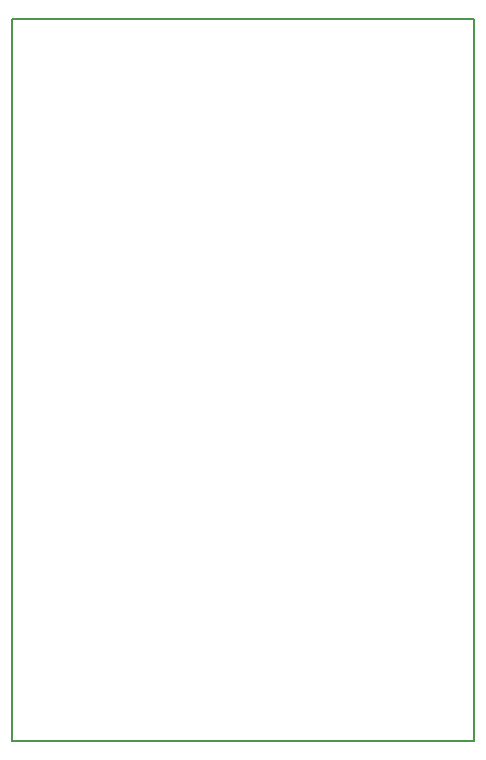
<source format=gbr>
%TF.GenerationSoftware,KiCad,Pcbnew,4.0.7*%
%TF.CreationDate,2018-07-15T04:01:03+03:00*%
%TF.ProjectId,AmstradPS2Mouse,416D73747261645053324D6F7573652E,rev?*%
%TF.FileFunction,Profile,NP*%
%FSLAX46Y46*%
G04 Gerber Fmt 4.6, Leading zero omitted, Abs format (unit mm)*
G04 Created by KiCad (PCBNEW 4.0.7) date 07/15/18 04:01:03*
%MOMM*%
%LPD*%
G01*
G04 APERTURE LIST*
%ADD10C,0.100000*%
%ADD11C,0.150000*%
G04 APERTURE END LIST*
D10*
D11*
X83540000Y-103809800D02*
X83540000Y-42697400D01*
X122605800Y-103809800D02*
X83540000Y-103809800D01*
X122605800Y-42672000D02*
X122605800Y-103809800D01*
X83540000Y-42697400D02*
X122605800Y-42672000D01*
M02*

</source>
